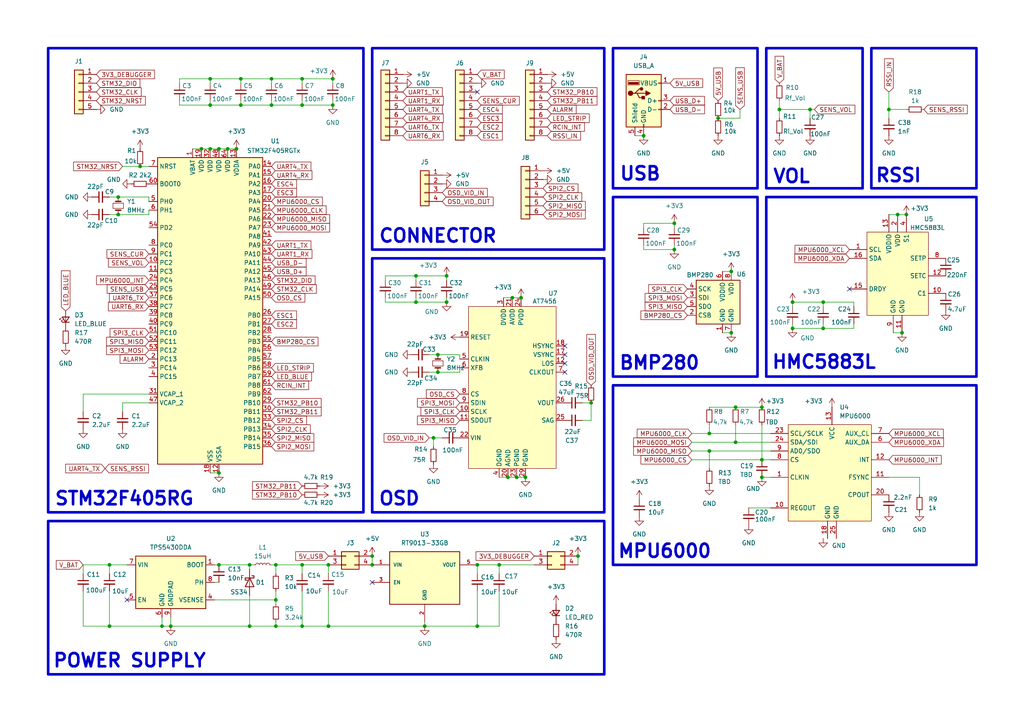
<source format=kicad_sch>
(kicad_sch (version 20231120) (generator "eeschema") (generator_version "8.0")
  (paper "A4")
  (junction (at 31.75 163.83))
  (junction (at 125.73 127))
  (junction (at 107.95 163.83))
  (junction (at 262.89 62.23))
  (junction (at 69.85 22.86))
  (junction (at 220.98 133.35))
  (junction (at 151.13 86.36))
  (junction (at 127 107.95))
  (junction (at 95.25 181.61))
  (junction (at 60.96 30.48))
  (junction (at 186.69 39.37))
  (junction (at 229.87 95.25))
  (junction (at 96.52 30.48))
  (junction (at 34.29 57.15))
  (junction (at 138.43 163.83))
  (junction (at 80.01 173.99))
  (junction (at 167.64 161.29))
  (junction (at 58.42 43.18))
  (junction (at 205.74 125.73))
  (junction (at 229.87 87.63))
  (junction (at 34.29 62.23))
  (junction (at 238.76 87.63))
  (junction (at 127 102.87))
  (junction (at 40.64 48.26))
  (junction (at 195.58 72.39))
  (junction (at 60.96 22.86))
  (junction (at 120.65 87.63))
  (junction (at 212.09 96.52))
  (junction (at 60.96 43.18))
  (junction (at 72.39 163.83))
  (junction (at 212.09 78.74))
  (junction (at 46.99 181.61))
  (junction (at 123.19 181.61))
  (junction (at 87.63 22.86))
  (junction (at 208.28 34.29))
  (junction (at 257.81 31.75))
  (junction (at 238.76 95.25))
  (junction (at 147.32 138.43))
  (junction (at 220.98 118.11))
  (junction (at 148.59 86.36))
  (junction (at 78.74 30.48))
  (junction (at 152.4 138.43))
  (junction (at 234.95 31.75))
  (junction (at 69.85 30.48))
  (junction (at 63.5 163.83))
  (junction (at 68.58 43.18))
  (junction (at 261.62 96.52))
  (junction (at 195.58 64.77))
  (junction (at 72.39 181.61))
  (junction (at 63.5 43.18))
  (junction (at 80.01 163.83))
  (junction (at 226.06 31.75))
  (junction (at 95.25 163.83))
  (junction (at 213.36 128.27))
  (junction (at 260.35 62.23))
  (junction (at 138.43 181.61))
  (junction (at 129.54 87.63))
  (junction (at 107.95 161.29))
  (junction (at 220.98 138.43))
  (junction (at 87.63 163.83))
  (junction (at 144.78 163.83))
  (junction (at 120.65 80.01))
  (junction (at 213.36 118.11))
  (junction (at 87.63 30.48))
  (junction (at 149.86 138.43))
  (junction (at 31.75 181.61))
  (junction (at 171.45 116.84))
  (junction (at 129.54 80.01))
  (junction (at 78.74 22.86))
  (junction (at 205.74 130.81))
  (junction (at 96.52 22.86))
  (junction (at 49.53 181.61))
  (junction (at 66.04 43.18))
  (junction (at 63.5 137.16))
  (junction (at 87.63 181.61))
  (junction (at 80.01 181.61))
  (no_connect (at 246.38 83.82))
  (no_connect (at 163.83 102.87))
  (no_connect (at 36.83 173.99))
  (no_connect (at 138.43 26.67))
  (no_connect (at 163.83 100.33))
  (no_connect (at 107.95 168.91))
  (no_connect (at 163.83 107.95))
  (no_connect (at 163.83 105.41))
  (wire (pts (xy 205.74 118.11) (xy 213.36 118.11)))
  (wire (pts (xy 46.99 181.61) (xy 49.53 181.61)))
  (wire (pts (xy 229.87 87.63) (xy 238.76 87.63)))
  (wire (pts (xy 34.29 57.15) (xy 43.18 57.15)))
  (wire (pts (xy 186.69 66.04) (xy 186.69 64.77)))
  (wire (pts (xy 95.25 181.61) (xy 123.19 181.61)))
  (wire (pts (xy 229.87 95.25) (xy 229.87 93.98)))
  (wire (pts (xy 87.63 166.37) (xy 87.63 163.83)))
  (wire (pts (xy 195.58 64.77) (xy 186.69 64.77)))
  (wire (pts (xy 127 102.87) (xy 133.35 102.87)))
  (wire (pts (xy 107.95 163.83) (xy 107.95 161.29)))
  (wire (pts (xy 78.74 163.83) (xy 80.01 163.83)))
  (wire (pts (xy 24.13 163.83) (xy 31.75 163.83)))
  (wire (pts (xy 80.01 181.61) (xy 87.63 181.61)))
  (wire (pts (xy 257.81 31.75) (xy 262.89 31.75)))
  (wire (pts (xy 43.18 62.23) (xy 43.18 60.96)))
  (wire (pts (xy 87.63 30.48) (xy 96.52 30.48)))
  (wire (pts (xy 186.69 72.39) (xy 195.58 72.39)))
  (wire (pts (xy 200.66 128.27) (xy 213.36 128.27)))
  (wire (pts (xy 144.78 138.43) (xy 147.32 138.43)))
  (wire (pts (xy 120.65 86.36) (xy 120.65 87.63)))
  (wire (pts (xy 87.63 29.21) (xy 87.63 30.48)))
  (wire (pts (xy 120.65 81.28) (xy 120.65 80.01)))
  (wire (pts (xy 200.66 130.81) (xy 205.74 130.81)))
  (wire (pts (xy 234.95 31.75) (xy 236.22 31.75)))
  (wire (pts (xy 229.87 88.9) (xy 229.87 87.63)))
  (wire (pts (xy 62.23 173.99) (xy 80.01 173.99)))
  (wire (pts (xy 72.39 181.61) (xy 80.01 181.61)))
  (wire (pts (xy 124.46 102.87) (xy 127 102.87)))
  (wire (pts (xy 49.53 179.07) (xy 49.53 181.61)))
  (wire (pts (xy 138.43 166.37) (xy 138.43 163.83)))
  (wire (pts (xy 96.52 30.48) (xy 96.52 29.21)))
  (wire (pts (xy 66.04 43.18) (xy 68.58 43.18)))
  (wire (pts (xy 148.59 86.36) (xy 151.13 86.36)))
  (wire (pts (xy 238.76 95.25) (xy 229.87 95.25)))
  (wire (pts (xy 144.78 171.45) (xy 144.78 181.61)))
  (wire (pts (xy 72.39 163.83) (xy 73.66 163.83)))
  (wire (pts (xy 167.64 161.29) (xy 167.64 163.83)))
  (wire (pts (xy 124.46 127) (xy 125.73 127)))
  (wire (pts (xy 55.88 43.18) (xy 58.42 43.18)))
  (wire (pts (xy 214.63 34.29) (xy 208.28 34.29)))
  (wire (pts (xy 52.07 29.21) (xy 52.07 30.48)))
  (wire (pts (xy 220.98 138.43) (xy 223.52 138.43)))
  (wire (pts (xy 213.36 128.27) (xy 223.52 128.27)))
  (wire (pts (xy 147.32 138.43) (xy 149.86 138.43)))
  (wire (pts (xy 238.76 93.98) (xy 238.76 95.25)))
  (wire (pts (xy 226.06 29.21) (xy 226.06 31.75)))
  (wire (pts (xy 226.06 31.75) (xy 234.95 31.75)))
  (wire (pts (xy 238.76 87.63) (xy 247.65 87.63)))
  (wire (pts (xy 31.75 163.83) (xy 36.83 163.83)))
  (wire (pts (xy 257.81 138.43) (xy 266.7 138.43)))
  (wire (pts (xy 247.65 88.9) (xy 247.65 87.63)))
  (wire (pts (xy 95.25 171.45) (xy 95.25 181.61)))
  (wire (pts (xy 80.01 175.26) (xy 80.01 173.99)))
  (wire (pts (xy 260.35 62.23) (xy 262.89 62.23)))
  (wire (pts (xy 234.95 31.75) (xy 234.95 34.29)))
  (wire (pts (xy 138.43 171.45) (xy 138.43 181.61)))
  (wire (pts (xy 154.94 163.83) (xy 144.78 163.83)))
  (wire (pts (xy 78.74 30.48) (xy 87.63 30.48)))
  (wire (pts (xy 226.06 31.75) (xy 226.06 34.29)))
  (wire (pts (xy 80.01 171.45) (xy 80.01 173.99)))
  (wire (pts (xy 31.75 181.61) (xy 46.99 181.61)))
  (wire (pts (xy 133.35 107.95) (xy 133.35 106.68)))
  (wire (pts (xy 205.74 125.73) (xy 223.52 125.73)))
  (wire (pts (xy 24.13 114.3) (xy 43.18 114.3)))
  (wire (pts (xy 40.64 48.26) (xy 43.18 48.26)))
  (wire (pts (xy 259.08 96.52) (xy 261.62 96.52)))
  (wire (pts (xy 111.76 81.28) (xy 111.76 80.01)))
  (wire (pts (xy 171.45 116.84) (xy 171.45 121.92)))
  (wire (pts (xy 200.66 125.73) (xy 205.74 125.73)))
  (wire (pts (xy 257.81 26.67) (xy 257.81 31.75)))
  (wire (pts (xy 31.75 166.37) (xy 31.75 163.83)))
  (wire (pts (xy 144.78 181.61) (xy 138.43 181.61)))
  (wire (pts (xy 238.76 88.9) (xy 238.76 87.63)))
  (wire (pts (xy 96.52 24.13) (xy 96.52 22.86)))
  (wire (pts (xy 120.65 80.01) (xy 111.76 80.01)))
  (wire (pts (xy 24.13 166.37) (xy 24.13 163.83)))
  (wire (pts (xy 72.39 163.83) (xy 72.39 165.1)))
  (wire (pts (xy 78.74 22.86) (xy 69.85 22.86)))
  (wire (pts (xy 111.76 86.36) (xy 111.76 87.63)))
  (wire (pts (xy 87.63 171.45) (xy 87.63 181.61)))
  (wire (pts (xy 220.98 123.19) (xy 220.98 133.35)))
  (wire (pts (xy 69.85 24.13) (xy 69.85 22.86)))
  (wire (pts (xy 60.96 22.86) (xy 60.96 24.13)))
  (wire (pts (xy 133.35 104.14) (xy 133.35 102.87)))
  (wire (pts (xy 138.43 163.83) (xy 144.78 163.83)))
  (wire (pts (xy 43.18 58.42) (xy 43.18 57.15)))
  (wire (pts (xy 127 107.95) (xy 133.35 107.95)))
  (wire (pts (xy 95.25 163.83) (xy 95.25 166.37)))
  (wire (pts (xy 80.01 163.83) (xy 80.01 166.37)))
  (wire (pts (xy 31.75 57.15) (xy 34.29 57.15)))
  (wire (pts (xy 69.85 30.48) (xy 78.74 30.48)))
  (wire (pts (xy 213.36 123.19) (xy 213.36 128.27)))
  (wire (pts (xy 257.81 31.75) (xy 257.81 34.29)))
  (wire (pts (xy 144.78 163.83) (xy 144.78 166.37)))
  (wire (pts (xy 52.07 24.13) (xy 52.07 22.86)))
  (wire (pts (xy 195.58 66.04) (xy 195.58 64.77)))
  (wire (pts (xy 52.07 30.48) (xy 60.96 30.48)))
  (wire (pts (xy 24.13 171.45) (xy 24.13 181.61)))
  (wire (pts (xy 125.73 127) (xy 128.27 127)))
  (wire (pts (xy 60.96 137.16) (xy 63.5 137.16)))
  (wire (pts (xy 63.5 43.18) (xy 66.04 43.18)))
  (wire (pts (xy 209.55 96.52) (xy 212.09 96.52)))
  (wire (pts (xy 200.66 133.35) (xy 220.98 133.35)))
  (wire (pts (xy 171.45 116.84) (xy 168.91 116.84)))
  (wire (pts (xy 24.13 181.61) (xy 31.75 181.61)))
  (wire (pts (xy 129.54 87.63) (xy 129.54 86.36)))
  (wire (pts (xy 205.74 130.81) (xy 223.52 130.81)))
  (wire (pts (xy 124.46 107.95) (xy 127 107.95)))
  (wire (pts (xy 195.58 72.39) (xy 195.58 71.12)))
  (wire (pts (xy 125.73 127) (xy 125.73 129.54)))
  (wire (pts (xy 78.74 29.21) (xy 78.74 30.48)))
  (wire (pts (xy 80.01 163.83) (xy 87.63 163.83)))
  (wire (pts (xy 35.56 116.84) (xy 35.56 119.38)))
  (wire (pts (xy 69.85 22.86) (xy 60.96 22.86)))
  (wire (pts (xy 35.56 48.26) (xy 40.64 48.26)))
  (wire (pts (xy 111.76 87.63) (xy 120.65 87.63)))
  (wire (pts (xy 266.7 138.43) (xy 266.7 143.51)))
  (wire (pts (xy 220.98 133.35) (xy 223.52 133.35)))
  (wire (pts (xy 60.96 30.48) (xy 69.85 30.48)))
  (wire (pts (xy 214.63 31.75) (xy 214.63 34.29)))
  (wire (pts (xy 96.52 22.86) (xy 87.63 22.86)))
  (wire (pts (xy 31.75 62.23) (xy 34.29 62.23)))
  (wire (pts (xy 52.07 22.86) (xy 60.96 22.86)))
  (wire (pts (xy 123.19 181.61) (xy 123.19 180.34)))
  (wire (pts (xy 60.96 29.21) (xy 60.96 30.48)))
  (wire (pts (xy 87.63 24.13) (xy 87.63 22.86)))
  (wire (pts (xy 46.99 179.07) (xy 46.99 181.61)))
  (wire (pts (xy 209.55 78.74) (xy 212.09 78.74)))
  (wire (pts (xy 43.18 116.84) (xy 35.56 116.84)))
  (wire (pts (xy 184.15 39.37) (xy 186.69 39.37)))
  (wire (pts (xy 120.65 87.63) (xy 129.54 87.63)))
  (wire (pts (xy 205.74 130.81) (xy 205.74 135.89)))
  (wire (pts (xy 24.13 119.38) (xy 24.13 114.3)))
  (wire (pts (xy 213.36 118.11) (xy 220.98 118.11)))
  (wire (pts (xy 149.86 138.43) (xy 152.4 138.43)))
  (wire (pts (xy 69.85 29.21) (xy 69.85 30.48)))
  (wire (pts (xy 72.39 172.72) (xy 72.39 181.61)))
  (wire (pts (xy 247.65 95.25) (xy 238.76 95.25)))
  (wire (pts (xy 205.74 123.19) (xy 205.74 125.73)))
  (wire (pts (xy 60.96 43.18) (xy 63.5 43.18)))
  (wire (pts (xy 62.23 168.91) (xy 63.5 168.91)))
  (wire (pts (xy 129.54 81.28) (xy 129.54 80.01)))
  (wire (pts (xy 34.29 62.23) (xy 43.18 62.23)))
  (wire (pts (xy 63.5 163.83) (xy 72.39 163.83)))
  (wire (pts (xy 247.65 93.98) (xy 247.65 95.25)))
  (wire (pts (xy 87.63 163.83) (xy 95.25 163.83)))
  (wire (pts (xy 186.69 71.12) (xy 186.69 72.39)))
  (wire (pts (xy 72.39 181.61) (xy 49.53 181.61)))
  (wire (pts (xy 129.54 80.01) (xy 120.65 80.01)))
  (wire (pts (xy 146.05 86.36) (xy 148.59 86.36)))
  (wire (pts (xy 257.81 62.23) (xy 260.35 62.23)))
  (wire (pts (xy 31.75 171.45) (xy 31.75 181.61)))
  (wire (pts (xy 58.42 43.18) (xy 60.96 43.18)))
  (wire (pts (xy 87.63 22.86) (xy 78.74 22.86)))
  (wire (pts (xy 78.74 24.13) (xy 78.74 22.86)))
  (wire (pts (xy 80.01 181.61) (xy 80.01 180.34)))
  (wire (pts (xy 62.23 163.83) (xy 63.5 163.83)))
  (wire (pts (xy 138.43 181.61) (xy 123.19 181.61)))
  (wire (pts (xy 217.17 147.32) (xy 223.52 147.32)))
  (wire (pts (xy 87.63 181.61) (xy 95.25 181.61)))
  (wire (pts (xy 171.45 121.92) (xy 168.91 121.92)))
  (rectangle (start 222.25 57.15) (end 283.21 109.22) (stroke (width 0.762)))
  (rectangle (start 107.95 74.93) (end 175.26 148.59) (stroke (width 0.762)))
  (rectangle (start 252.73 13.97) (end 283.21 54.61) (stroke (width 0.762)))
  (rectangle (start 222.25 13.97) (end 250.19 54.61) (stroke (width 0.762)))
  (rectangle (start 177.8 111.76) (end 283.21 163.83) (stroke (width 0.762)))
  (rectangle (start 177.8 57.15) (end 219.71 109.22) (stroke (width 0.762)))
  (rectangle (start 107.95 13.97) (end 175.26 72.39) (stroke (width 0.762)))
  (rectangle (start 13.97 13.97) (end 105.41 148.59) (stroke (width 0.762)))
  (rectangle (start 177.8 13.97) (end 219.71 54.61) (stroke (width 0.762)))
  (rectangle (start 13.97 151.13) (end 175.26 195.58) (stroke (width 0.762)))
  (text "RSSI" (at 260.604 51.054 0) (effects (font (size 3.81 3.81) (thickness 0.762) (bold yes))))
  (text "MPU6000" (at 192.786 160.02 0) (effects (font (size 3.81 3.81) (thickness 0.762) (bold yes))))
  (text "HMC5883L" (at 239.014 105.156 0) (effects (font (size 3.81 3.81) (thickness 0.762) (bold yes))))
  (text "BMP280" (at 191.262 105.41 0) (effects (font (size 3.81 3.81) (thickness 0.762) (bold yes))))
  (text "USB" (at 185.674 50.546 0) (effects (font (size 3.81 3.81) (thickness 0.762) (bold yes))))
  (text "POWER SUPPLY" (at 37.592 191.77 0) (effects (font (size 3.81 3.81) (thickness 0.762) (bold yes))))
  (text "CONNECTOR" (at 127 68.58 0) (effects (font (size 3.81 3.81) (thickness 0.762) (bold yes))))
  (text "OSD" (at 115.824 144.78 0) (effects (font (size 3.81 3.81) (thickness 0.762) (bold yes))))
  (text "VOL" (at 229.616 51.308 0) (effects (font (size 3.81 3.81) (thickness 0.762) (bold yes))))
  (text "STM32F405RG" (at 36.068 144.78 0) (effects (font (size 3.81 3.81) (thickness 0.762) (bold yes))))
  (global_label "MPU6000_CLK" (shape input) (at 200.66 125.73 180) (property "Intersheetrefs" "${INTERSHEET_REFS}" (effects (hide yes))))
  (global_label "ESC2" (shape input) (at 138.43 36.83 0) (property "Intersheetrefs" "${INTERSHEET_REFS}" (effects (hide yes))))
  (global_label "STM32_DIO" (shape input) (at 27.94 24.13 0) (property "Intersheetrefs" "${INTERSHEET_REFS}" (effects (hide yes))))
  (global_label "MPU6000_CS" (shape input) (at 200.66 133.35 180) (property "Intersheetrefs" "${INTERSHEET_REFS}" (effects (hide yes))))
  (global_label "SPI3_MISO" (shape input) (at 199.39 88.9 180) (property "Intersheetrefs" "${INTERSHEET_REFS}" (effects (hide yes))))
  (global_label "MPU6000_XDA" (shape input) (at 246.38 74.93 180) (property "Intersheetrefs" "${INTERSHEET_REFS}" (effects (hide yes))))
  (global_label "MPU6000_INT" (shape input) (at 257.81 133.35 0) (property "Intersheetrefs" "${INTERSHEET_REFS}" (effects (hide yes))))
  (global_label "BMP280_CS" (shape input) (at 78.74 99.06 0) (property "Intersheetrefs" "${INTERSHEET_REFS}" (effects (hide yes))))
  (global_label "3V3_DEBUGGER" (shape input) (at 154.94 161.29 180) (property "Intersheetrefs" "${INTERSHEET_REFS}" (effects (hide yes))))
  (global_label "STM32_CLK" (shape input) (at 27.94 26.67 0) (property "Intersheetrefs" "${INTERSHEET_REFS}" (effects (hide yes))))
  (global_label "SPI2_CS" (shape input) (at 78.74 121.92 0) (property "Intersheetrefs" "${INTERSHEET_REFS}" (effects (hide yes))))
  (global_label "USB_D+" (shape input) (at 78.74 78.74 0) (property "Intersheetrefs" "${INTERSHEET_REFS}" (effects (hide yes))))
  (global_label "SPI3_CLK" (shape input) (at 43.18 96.52 180) (property "Intersheetrefs" "${INTERSHEET_REFS}" (effects (hide yes))))
  (global_label "UART4_TX" (shape input) (at 78.74 48.26 0) (property "Intersheetrefs" "${INTERSHEET_REFS}" (effects (hide yes))))
  (global_label "5V_USB" (shape input) (at 95.25 161.29 180) (property "Intersheetrefs" "${INTERSHEET_REFS}" (effects (hide yes))))
  (global_label "ESC4" (shape input) (at 138.43 31.75 0) (property "Intersheetrefs" "${INTERSHEET_REFS}" (effects (hide yes))))
  (global_label "SPI3_MISO" (shape input) (at 133.35 121.92 180) (property "Intersheetrefs" "${INTERSHEET_REFS}" (effects (hide yes))))
  (global_label "MPU6000_MISO" (shape input) (at 200.66 130.81 180) (property "Intersheetrefs" "${INTERSHEET_REFS}" (effects (hide yes))))
  (global_label "MPU6000_MISO" (shape input) (at 78.74 63.5 0) (property "Intersheetrefs" "${INTERSHEET_REFS}" (effects (hide yes))))
  (global_label "ESC3" (shape input) (at 78.74 55.88 0) (property "Intersheetrefs" "${INTERSHEET_REFS}" (effects (hide yes))))
  (global_label "MPU6000_MOSI" (shape input) (at 200.66 128.27 180) (property "Intersheetrefs" "${INTERSHEET_REFS}" (effects (hide yes))))
  (global_label "RCIN_INT" (shape input) (at 158.75 36.83 0) (property "Intersheetrefs" "${INTERSHEET_REFS}" (effects (hide yes))))
  (global_label "OSD_CS" (shape input) (at 133.35 114.3 180) (property "Intersheetrefs" "${INTERSHEET_REFS}" (effects (hide yes))))
  (global_label "ESC3" (shape input) (at 138.43 34.29 0) (property "Intersheetrefs" "${INTERSHEET_REFS}" (effects (hide yes))))
  (global_label "SENS_CUR" (shape input) (at 43.18 73.66 180) (property "Intersheetrefs" "${INTERSHEET_REFS}" (effects (hide yes))))
  (global_label "SPI2_CLK" (shape input) (at 157.48 57.15 0) (property "Intersheetrefs" "${INTERSHEET_REFS}" (effects (hide yes))))
  (global_label "SPI2_CS" (shape input) (at 157.48 54.61 0) (property "Intersheetrefs" "${INTERSHEET_REFS}" (effects (hide yes))))
  (global_label "SENS_RSSI" (shape input) (at 30.48 135.89 0) (property "Intersheetrefs" "${INTERSHEET_REFS}" (effects (hide yes))))
  (global_label "OSD_VID_IN" (shape input) (at 128.27 55.88 0) (property "Intersheetrefs" "${INTERSHEET_REFS}" (effects (hide yes))))
  (global_label "LED_STRIP" (shape input) (at 158.75 34.29 0) (property "Intersheetrefs" "${INTERSHEET_REFS}" (effects (hide yes))))
  (global_label "SPI3_MOSI" (shape input) (at 199.39 86.36 180) (property "Intersheetrefs" "${INTERSHEET_REFS}" (effects (hide yes))))
  (global_label "STM32_NRST" (shape input) (at 35.56 48.26 180) (property "Intersheetrefs" "${INTERSHEET_REFS}" (effects (hide yes))))
  (global_label "SPI3_MOSI" (shape input) (at 133.35 116.84 180) (property "Intersheetrefs" "${INTERSHEET_REFS}" (effects (hide yes))))
  (global_label "SPI3_MISO" (shape input) (at 43.18 99.06 180) (property "Intersheetrefs" "${INTERSHEET_REFS}" (effects (hide yes))))
  (global_label "SPI2_MISO" (shape input) (at 78.74 127 0) (property "Intersheetrefs" "${INTERSHEET_REFS}" (effects (hide yes))))
  (global_label "BMP280_CS" (shape input) (at 199.39 91.44 180) (property "Intersheetrefs" "${INTERSHEET_REFS}" (effects (hide yes))))
  (global_label "OSD_CS" (shape input) (at 78.74 86.36 0) (property "Intersheetrefs" "${INTERSHEET_REFS}" (effects (hide yes))))
  (global_label "UART4_TX" (shape input) (at 116.84 31.75 0) (property "Intersheetrefs" "${INTERSHEET_REFS}" (effects (hide yes))))
  (global_label "STM32_PB10" (shape input) (at 158.75 26.67 0) (property "Intersheetrefs" "${INTERSHEET_REFS}" (effects (hide yes))))
  (global_label "ALARM" (shape input) (at 43.18 104.14 180) (property "Intersheetrefs" "${INTERSHEET_REFS}" (effects (hide yes))))
  (global_label "SPI3_CLK" (shape input) (at 133.35 119.38 180) (property "Intersheetrefs" "${INTERSHEET_REFS}" (effects (hide yes))))
  (global_label "ALARM" (shape input) (at 158.75 31.75 0) (property "Intersheetrefs" "${INTERSHEET_REFS}" (effects (hide yes))))
  (global_label "V_BAT" (shape input) (at 138.43 21.59 0) (property "Intersheetrefs" "${INTERSHEET_REFS}" (effects (hide yes))))
  (global_label "UART1_TX" (shape input) (at 78.74 71.12 0) (property "Intersheetrefs" "${INTERSHEET_REFS}" (effects (hide yes))))
  (global_label "3V3_DEBUGGER" (shape input) (at 27.94 21.59 0) (property "Intersheetrefs" "${INTERSHEET_REFS}" (effects (hide yes))))
  (global_label "UART4_TX" (shape input) (at 30.48 135.89 180) (property "Intersheetrefs" "${INTERSHEET_REFS}" (effects (hide yes))))
  (global_label "ESC2" (shape input) (at 78.74 93.98 0) (property "Intersheetrefs" "${INTERSHEET_REFS}" (effects (hide yes))))
  (global_label "5V_USB" (shape input) (at 208.28 29.21 90) (property "Intersheetrefs" "${INTERSHEET_REFS}" (effects (hide yes))))
  (global_label "SPI3_CLK" (shape input) (at 199.39 83.82 180) (property "Intersheetrefs" "${INTERSHEET_REFS}" (effects (hide yes))))
  (global_label "STM32_NRST" (shape input) (at 27.94 29.21 0) (property "Intersheetrefs" "${INTERSHEET_REFS}" (effects (hide yes))))
  (global_label "UART6_TX" (shape input) (at 116.84 36.83 0) (property "Intersheetrefs" "${INTERSHEET_REFS}" (effects (hide yes))))
  (global_label "UART1_RX" (shape input) (at 78.74 73.66 0) (property "Intersheetrefs" "${INTERSHEET_REFS}" (effects (hide yes))))
  (global_label "RSSI_IN" (shape input) (at 158.75 39.37 0) (property "Intersheetrefs" "${INTERSHEET_REFS}" (effects (hide yes))))
  (global_label "SENS_RSSI" (shape input) (at 267.97 31.75 0) (property "Intersheetrefs" "${INTERSHEET_REFS}" (effects (hide yes))))
  (global_label "V_BAT" (shape input) (at 24.13 163.83 180) (property "Intersheetrefs" "${INTERSHEET_REFS}" (effects (hide yes))))
  (global_label "LED_BLUE" (shape input) (at 78.74 109.22 0) (property "Intersheetrefs" "${INTERSHEET_REFS}" (effects (hide yes))))
  (global_label "LED_STRIP" (shape input) (at 78.74 106.68 0) (property "Intersheetrefs" "${INTERSHEET_REFS}" (effects (hide yes))))
  (global_label "MPU6000_XCL" (shape input) (at 257.81 125.73 0) (property "Intersheetrefs" "${INTERSHEET_REFS}" (effects (hide yes))))
  (global_label "5V_USB" (shape input) (at 194.31 24.13 0) (property "Intersheetrefs" "${INTERSHEET_REFS}" (effects (hide yes))))
  (global_label "SENS_USB" (shape input) (at 43.18 83.82 180) (property "Intersheetrefs" "${INTERSHEET_REFS}" (effects (hide yes))))
  (global_label "MPU6000_CS" (shape input) (at 78.74 58.42 0) (property "Intersheetrefs" "${INTERSHEET_REFS}" (effects (hide yes))))
  (global_label "UART1_RX" (shape input) (at 116.84 29.21 0) (property "Intersheetrefs" "${INTERSHEET_REFS}" (effects (hide yes))))
  (global_label "USB_D-" (shape input) (at 194.31 31.75 0) (property "Intersheetrefs" "${INTERSHEET_REFS}" (effects (hide yes))))
  (global_label "STM32_PB10" (shape input) (at 78.74 116.84 0) (property "Intersheetrefs" "${INTERSHEET_REFS}" (effects (hide yes))))
  (global_label "ESC1" (shape input) (at 138.43 39.37 0) (property "Intersheetrefs" "${INTERSHEET_REFS}" (effects (hide yes))))
  (global_label "RSSI_IN" (shape input) (at 257.81 26.67 90) (property "Intersheetrefs" "${INTERSHEET_REFS}" (effects (hide yes))))
  (global_label "STM32_DIO" (shape input) (at 78.74 81.28 0) (property "Intersheetrefs" "${INTERSHEET_REFS}" (effects (hide yes))))
  (global_label "UART4_RX" (shape input) (at 116.84 34.29 0) (property "Intersheetrefs" "${INTERSHEET_REFS}" (effects (hide yes))))
  (global_label "SPI2_CLK" (shape input) (at 78.74 124.46 0) (property "Intersheetrefs" "${INTERSHEET_REFS}" (effects (hide yes))))
  (global_label "SPI2_MOSI" (shape input) (at 78.74 129.54 0) (property "Intersheetrefs" "${INTERSHEET_REFS}" (effects (hide yes))))
  (global_label "LED_BLUE" (shape input) (at 19.05 90.17 90) (property "Intersheetrefs" "${INTERSHEET_REFS}" (effects (hide yes))))
  (global_label "SENS_VOL" (shape input) (at 43.18 76.2 180) (property "Intersheetrefs" "${INTERSHEET_REFS}" (effects (hide yes))))
  (global_label "MPU6000_CLK" (shape input) (at 78.74 60.96 0) (property "Intersheetrefs" "${INTERSHEET_REFS}" (effects (hide yes))))
  (global_label "MPU6000_XDA" (shape input) (at 257.81 128.27 0) (property "Intersheetrefs" "${INTERSHEET_REFS}" (effects (hide yes))))
  (global_label "STM32_PB11" (shape input) (at 78.74 119.38 0) (property "Intersheetrefs" "${INTERSHEET_REFS}" (effects (hide yes))))
  (global_label "STM32_PB11" (shape input) (at 158.75 29.21 0) (property "Intersheetrefs" "${INTERSHEET_REFS}" (effects (hide yes))))
  (global_label "OSD_VID_OUT" (shape input) (at 128.27 58.42 0) (property "Intersheetrefs" "${INTERSHEET_REFS}" (effects (hide yes))))
  (global_label "STM32_PB10" (shape input) (at 87.63 143.51 180) (property "Intersheetrefs" "${INTERSHEET_REFS}" (effects (hide yes))))
  (global_label "SENS_USB" (shape input) (at 214.63 31.75 90) (property "Intersheetrefs" "${INTERSHEET_REFS}" (effects (hide yes))))
  (global_label "UART6_RX" (shape input) (at 43.18 88.9 180) (property "Intersheetrefs" "${INTERSHEET_REFS}" (effects (hide yes))))
  (global_label "OSD_VID_IN" (shape input) (at 124.46 127 180) (property "Intersheetrefs" "${INTERSHEET_REFS}" (effects (hide yes))))
  (global_label "ESC4" (shape input) (at 78.74 53.34 0) (property "Intersheetrefs" "${INTERSHEET_REFS}" (effects (hide yes))))
  (global_label "UART6_TX" (shape input) (at 43.18 86.36 180) (property "Intersheetrefs" "${INTERSHEET_REFS}" (effects (hide yes))))
  (global_label "STM32_PB11" (shape input) (at 87.63 140.97 180) (property "Intersheetrefs" "${INTERSHEET_REFS}" (effects (hide yes))))
  (global_label "OSD_VID_OUT" (shape input) (at 171.45 111.76 90) (property "Intersheetrefs" "${INTERSHEET_REFS}" (effects (hide yes))))
  (global_label "SPI3_MOSI" (shape input) (at 43.18 101.6 180) (property "Intersheetrefs" "${INTERSHEET_REFS}" (effects (hide yes))))
  (global_label "ESC1" (shape input) (at 78.74 91.44 0) (property "Intersheetrefs" "${INTERSHEET_REFS}" (effects (hide yes))))
  (global_label "SENS_CUR" (shape input) (at 138.43 29.21 0) (property "Intersheetrefs" "${INTERSHEET_REFS}" (effects (hide yes))))
  (global_label "MPU6000_MOSI" (shape input) (at 78.74 66.04 0) (property "Intersheetrefs" "${INTERSHEET_REFS}" (effects (hide yes))))
  (global_label "SPI2_MISO" (shape input) (at 157.48 59.69 0) (property "Intersheetrefs" "${INTERSHEET_REFS}" (effects (hide yes))))
  (global_label "UART1_TX" (shape input) (at 116.84 26.67 0) (property "Intersheetrefs" "${INTERSHEET_REFS}" (effects (hide yes))))
  (global_label "UART6_RX" (shape input) (at 116.84 39.37 0) (property "Intersheetrefs" "${INTERSHEET_REFS}" (effects (hide yes))))
  (global_label "UART4_RX" (shape input) (at 78.74 50.8 0) (property "Intersheetrefs" "${INTERSHEET_REFS}" (effects (hide yes))))
  (global_label "SENS_VOL" (shape input) (at 236.22 31.75 0) (property "Intersheetrefs" "${INTERSHEET_REFS}" (effects (hide yes))))
  (global_label "MPU6000_INT" (shape input) (at 43.18 81.28 180) (property "Intersheetrefs" "${INTERSHEET_REFS}" (effects (hide yes))))
  (global_label "STM32_CLK" (shape input) (at 78.74 83.82 0) (property "Intersheetrefs" "${INTERSHEET_REFS}" (effects (hide yes))))
  (global_label "V_BAT" (shape input) (at 226.06 24.13 90) (property "Intersheetrefs" "${INTERSHEET_REFS}" (effects (hide yes))))
  (global_label "USB_D+" (shape input) (at 194.31 29.21 0) (property "Intersheetrefs" "${INTERSHEET_REFS}" (effects (hide yes))))
  (global_label "USB_D-" (shape input) (at 78.74 76.2 0) (property "Intersheetrefs" "${INTERSHEET_REFS}" (effects (hide yes))))
  (global_label "MPU6000_XCL" (shape input) (at 246.38 72.39 180) (property "Intersheetrefs" "${INTERSHEET_REFS}" (effects (hide yes))))
  (global_label "SPI2_MOSI" (shape input) (at 157.48 62.23 0) (property "Intersheetrefs" "${INTERSHEET_REFS}" (effects (hide yes))))
  (global_label "RCIN_INT" (shape input) (at 78.74 111.76 0) (property "Intersheetrefs" "${INTERSHEET_REFS}" (effects (hide yes))))
  (symbol (lib_id "Device:C_Small") (at 29.21 57.15 90) (unit 1)
    (property "Reference" "C9" (at 31.75 55.626 90))
    (property "Value" "22pF" (at 27.686 54.102 90))
    (property "Description" "Unpolarized capacitor, small symbol" (effects (hide yes)))
  )
  (symbol (lib_id "Device:C_Small") (at 185.42 147.32 0) (unit 1)
    (property "Reference" "C18" (at 187.96 146.0562 0) (effects (justify left)))
    (property "Value" "10uF" (at 187.96 148.5962 0) (effects (justify left)))
    (property "Description" "Unpolarized capacitor, small symbol" (effects (hide yes)))
  )
  (symbol (lib_id "power:+5V") (at 107.95 161.29 0) (unit 1)
    (property "Reference" "#PWR010" (effects (hide yes)))
    (property "Value" "+5V" (at 107.95 156.21 0))
    (property "Description" "Power symbol creates a global label with name \"+5V\"" (effects (hide yes)))
  )
  (symbol (lib_id "Connector_Generic:Conn_01x06") (at 152.4 54.61 0) (mirror y) (unit 1)
    (property "Reference" "J8" (at 152.4 45.72 0))
    (property "Value" "Conn_01x06" (effects (hide yes)))
    (property "Description" "Generic connector, single row, 01x06, script generated (kicad-library-utils/schlib/autogen/connector/)" (effects (hide yes)))
  )
  (symbol (lib_id "Regulator_Switching:TPS5430DDA") (at 49.53 168.91 0) (unit 1)
    (property "Reference" "U2" (at 49.53 156.21 0))
    (property "Value" "TPS5430DDA" (at 49.53 158.75 0))
    (property "Footprint" "Package_SO:TI_SO-PowerPAD-8_ThermalVias" (effects (hide yes)))
    (property "Datasheet" "http://www.ti.com/lit/ds/symlink/tps5430.pdf" (effects (hide yes)))
    (property "Description" "3A, Step Down Swift Converter, Adjustable Output Voltage, 5.5-36V Input Voltage, PowerSO-8" (effects (hide yes)))
  )
  (symbol (lib_id "power:GND") (at 26.67 57.15 270) (unit 1)
    (property "Reference" "#PWR06" (effects (hide yes)))
    (property "Value" "GND" (at 22.86 57.1499 90) (effects (justify right)))
    (property "Description" "Power symbol creates a global label with name \"GND\" , ground" (effects (hide yes)))
  )
  (symbol (lib_id "Device:L_Small") (at 76.2 163.83 90) (unit 1)
    (property "Reference" "L1" (at 76.2 158.75 90))
    (property "Value" "15uH" (at 76.2 161.29 90))
    (property "Description" "Inductor, small symbol" (effects (hide yes)))
  )
  (symbol (lib_id "power:GND") (at 186.69 39.37 0) (unit 1)
    (property "Reference" "#PWR016" (effects (hide yes)))
    (property "Value" "GND" (at 186.69 44.45 0))
    (property "Description" "Power symbol creates a global label with name \"GND\" , ground" (effects (hide yes)))
  )
  (symbol (lib_id "power:GND") (at 161.29 185.42 0) (unit 1)
    (property "Reference" "#PWR048" (effects (hide yes)))
    (property "Value" "GND" (at 161.29 190.5 0))
    (property "Description" "Power symbol creates a global label with name \"GND\" , ground" (effects (hide yes)))
  )
  (symbol (lib_id "Device:C_Small") (at 234.95 36.83 0) (unit 1)
    (property "Reference" "C27" (at 235.204 34.036 0) (effects (justify left)))
    (property "Value" "100nF" (at 234.95 38.862 0) (effects (justify left)))
    (property "Description" "Unpolarized capacitor, small symbol" (effects (hide yes)))
  )
  (symbol (lib_id "Device:R_Small") (at 266.7 146.05 0) (unit 1)
    (property "Reference" "R9" (at 269.24 144.7799 0) (effects (justify left)))
    (property "Value" "1k" (at 269.24 147.3199 0) (effects (justify left)))
    (property "Description" "Resistor, small symbol" (effects (hide yes)))
  )
  (symbol (lib_id "power:GND") (at 257.81 39.37 0) (unit 1)
    (property "Reference" "#PWR057" (effects (hide yes)))
    (property "Value" "GND" (at 257.81 44.45 0))
    (property "Description" "Power symbol creates a global label with name \"GND\" , ground" (effects (hide yes)))
  )
  (symbol (lib_id "Device:C_Small") (at 69.85 26.67 0) (unit 1)
    (property "Reference" "C5" (at 70.612 24.892 0) (effects (justify left)))
    (property "Value" "100nF" (at 70.358 28.702 0) (effects (justify left)))
    (property "Description" "Unpolarized capacitor, small symbol" (effects (hide yes)))
  )
  (symbol (lib_id "power:GND") (at 138.43 24.13 90) (mirror x) (unit 1)
    (property "Reference" "#PWR049" (effects (hide yes)))
    (property "Value" "GND" (at 142.24 24.1301 90) (effects (justify right)))
    (property "Description" "Power symbol creates a global label with name \"GND\" , ground" (effects (hide yes)))
  )
  (symbol (lib_id "Device:R_Small") (at 90.17 143.51 90) (unit 1)
    (property "Reference" "R20" (at 94.742 145.796 90))
    (property "Value" "4.7k" (at 90.17 145.796 90))
    (property "Description" "Resistor, small symbol" (effects (hide yes)))
  )
  (symbol (lib_id "power:GND") (at 195.58 72.39 0) (unit 1)
    (property "Reference" "#PWR036" (effects (hide yes)))
    (property "Value" "GND" (at 195.58 77.47 0))
    (property "Description" "Power symbol creates a global label with name \"GND\" , ground" (effects (hide yes)))
  )
  (symbol (lib_id "power:+3V3") (at 262.89 62.23 0) (unit 1)
    (property "Reference" "#PWR028" (effects (hide yes)))
    (property "Value" "+3V3" (at 266.7 60.452 0))
    (property "Description" "Power symbol creates a global label with name \"+3V3\"" (effects (hide yes)))
  )
  (symbol (lib_id "power:+3V3") (at 212.09 78.74 0) (unit 1)
    (property "Reference" "#PWR033" (effects (hide yes)))
    (property "Value" "+3V3" (at 212.09 73.66 0))
    (property "Description" "Power symbol creates a global label with name \"+3V3\"" (effects (hide yes)))
  )
  (symbol (lib_id "Device:R_Small") (at 208.28 36.83 0) (unit 1)
    (property "Reference" "R6" (at 210.058 36.068 0) (effects (justify left)))
    (property "Value" "10k" (at 210.058 38.1 0) (effects (justify left)))
    (property "Description" "Resistor, small symbol" (effects (hide yes)))
  )
  (symbol (lib_id "Device:C_Small") (at 229.87 91.44 0) (mirror y) (unit 1)
    (property "Reference" "C23" (at 229.108 89.662 0) (effects (justify left)))
    (property "Value" "100nF" (at 229.362 93.472 0) (effects (justify left)))
    (property "Description" "Unpolarized capacitor, small symbol" (effects (hide yes)))
  )
  (symbol (lib_id "power:GND") (at 157.48 52.07 90) (unit 1)
    (property "Reference" "#PWR056" (effects (hide yes)))
    (property "Value" "GND" (at 161.29 52.0699 90) (effects (justify right)))
    (property "Description" "Power symbol creates a global label with name \"GND\" , ground" (effects (hide yes)))
  )
  (symbol (lib_id "power:GND") (at 119.38 107.95 270) (unit 1)
    (property "Reference" "#PWR045" (effects (hide yes)))
    (property "Value" "GND" (at 115.57 107.9499 90) (effects (justify right)))
    (property "Description" "Power symbol creates a global label with name \"GND\" , ground" (effects (hide yes)))
  )
  (symbol (lib_id "power:GND") (at 212.09 96.52 0) (unit 1)
    (property "Reference" "#PWR034" (effects (hide yes)))
    (property "Value" "GND" (at 212.09 101.6 0))
    (property "Description" "Power symbol creates a global label with name \"GND\" , ground" (effects (hide yes)))
  )
  (symbol (lib_id "power:GND") (at 266.7 148.59 0) (unit 1)
    (property "Reference" "#PWR026" (effects (hide yes)))
    (property "Value" "GND" (at 266.7 153.67 0))
    (property "Description" "Power symbol creates a global label with name \"GND\" , ground" (effects (hide yes)))
  )
  (symbol (lib_id "power:+5V") (at 157.48 49.53 270) (unit 1)
    (property "Reference" "#PWR055" (effects (hide yes)))
    (property "Value" "+5V" (at 161.29 49.5299 90) (effects (justify left)))
    (property "Description" "Power symbol creates a global label with name \"+5V\"" (effects (hide yes)))
  )
  (symbol (lib_id "Device:R_Small") (at 226.06 26.67 0) (unit 1)
    (property "Reference" "R10" (at 227.838 25.4 0) (effects (justify left)))
    (property "Value" "Rf_Vol" (at 227.584 28.448 0) (effects (justify left)))
    (property "Description" "Resistor, small symbol" (effects (hide yes)))
  )
  (symbol (lib_id "power:GND") (at 208.28 39.37 0) (unit 1)
    (property "Reference" "#PWR017" (effects (hide yes)))
    (property "Value" "GND" (at 208.28 44.45 0))
    (property "Description" "Power symbol creates a global label with name \"GND\" , ground" (effects (hide yes)))
  )
  (symbol (lib_id "Device:C_Small") (at 120.65 83.82 0) (unit 1)
    (property "Reference" "C31" (at 121.412 82.042 0) (effects (justify left)))
    (property "Value" "100nF" (at 121.158 85.852 0) (effects (justify left)))
    (property "Description" "Unpolarized capacitor, small symbol" (effects (hide yes)))
  )
  (symbol (lib_id "Device:R_Small") (at 90.17 140.97 90) (unit 1)
    (property "Reference" "R19" (at 94.742 138.43 90))
    (property "Value" "4.7k" (at 90.17 138.43 90))
    (property "Description" "Resistor, small symbol" (effects (hide yes)))
  )
  (symbol (lib_id "Device:C_Small") (at 274.32 77.47 0) (unit 1)
    (property "Reference" "C25" (at 274.574 75.438 0) (effects (justify left)))
    (property "Value" "220nF" (at 274.574 79.756 0) (effects (justify left)))
    (property "Description" "Unpolarized capacitor, small symbol" (effects (hide yes)))
  )
  (symbol (lib_id "Device:C_Small") (at 63.5 166.37 0) (unit 1)
    (property "Reference" "C13" (at 66.04 165.1062 0) (effects (justify left)))
    (property "Value" "10nF" (at 66.04 167.6462 0) (effects (justify left)))
    (property "Description" "Unpolarized capacitor, small symbol" (effects (hide yes)))
  )
  (symbol (lib_id "power:+3V3") (at 229.87 87.63 0) (mirror y) (unit 1)
    (property "Reference" "#PWR029" (effects (hide yes)))
    (property "Value" "+3V3" (at 235.204 84.582 0))
    (property "Description" "Power symbol creates a global label with name \"+3V3\"" (effects (hide yes)))
  )
  (symbol (lib_id "Device:C_Small") (at 257.81 36.83 0) (unit 1)
    (property "Reference" "C38" (at 260.35 35.5662 0) (effects (justify left)))
    (property "Value" "1nF" (at 260.35 38.1062 0) (effects (justify left)))
    (property "Description" "Unpolarized capacitor, small symbol" (effects (hide yes)))
  )
  (symbol (lib_id "Device:C_Small") (at 31.75 168.91 0) (unit 1)
    (property "Reference" "C12" (at 32.766 166.624 0) (effects (justify left)))
    (property "Value" "10uF" (at 32.512 171.45 0) (effects (justify left)))
    (property "Description" "Unpolarized capacitor, small symbol" (effects (hide yes)))
  )
  (symbol (lib_id "Device:C_Small") (at 95.25 168.91 0) (unit 1)
    (property "Reference" "C15" (at 96.012 166.624 0) (effects (justify left)))
    (property "Value" "10uF" (at 96.266 171.704 0) (effects (justify left)))
    (property "Description" "Unpolarized capacitor, small symbol" (effects (hide yes)))
  )
  (symbol (lib_id "Device:C_Small") (at 220.98 135.89 0) (unit 1)
    (property "Reference" "C19" (at 214.63 135.128 0) (effects (justify left)))
    (property "Value" "TBD" (at 214.63 137.668 0) (effects (justify left)))
    (property "Description" "Unpolarized capacitor, small symbol" (effects (hide yes)))
  )
  (symbol (lib_id "power:+3V3") (at 151.13 86.36 0) (unit 1)
    (property "Reference" "#PWR040" (effects (hide yes)))
    (property "Value" "+3V3" (at 145.796 83.312 0))
    (property "Description" "Power symbol creates a global label with name \"+3V3\"" (effects (hide yes)))
  )
  (symbol (lib_id "power:GND") (at 19.05 100.33 0) (unit 1)
    (property "Reference" "#PWR050" (effects (hide yes)))
    (property "Value" "GND" (at 19.05 105.41 0))
    (property "Description" "Power symbol creates a global label with name \"GND\" , ground" (effects (hide yes)))
  )
  (symbol (lib_id "Device:C_Small") (at 257.81 146.05 0) (unit 1)
    (property "Reference" "C21" (at 261.366 147.828 0))
    (property "Value" "2.2nF" (at 261.874 144.272 0))
    (property "Description" "Unpolarized capacitor, small symbol" (effects (hide yes)))
  )
  (symbol (lib_id "power:GND") (at 205.74 140.97 0) (unit 1)
    (property "Reference" "#PWR024" (effects (hide yes)))
    (property "Value" "GND" (at 205.74 146.05 0))
    (property "Description" "Power symbol creates a global label with name \"GND\" , ground" (effects (hide yes)))
  )
  (symbol (lib_id "power:GND") (at 229.87 95.25 0) (mirror y) (unit 1)
    (property "Reference" "#PWR030" (effects (hide yes)))
    (property "Value" "GND" (at 234.188 98.044 0))
    (property "Description" "Power symbol creates a global label with name \"GND\" , ground" (effects (hide yes)))
  )
  (symbol (lib_id "Device:LED_Small") (at 161.29 177.8 90) (unit 1)
    (property "Reference" "D2" (at 163.83 176.4664 90) (effects (justify right)))
    (property "Value" "LED_RED" (at 163.83 179.0064 90) (effects (justify right)))
    (property "Description" "Light emitting diode, small symbol" (effects (hide yes)))
  )
  (symbol (lib_id "power:GND") (at 257.81 148.59 0) (unit 1)
    (property "Reference" "#PWR027" (effects (hide yes)))
    (property "Value" "GND" (at 257.81 153.67 0))
    (property "Description" "Power symbol creates a global label with name \"GND\" , ground" (effects (hide yes)))
  )
  (symbol (lib_id "Device:C_Small") (at 144.78 168.91 0) (unit 1)
    (property "Reference" "C17" (at 146.304 167.132 0) (effects (justify left)))
    (property "Value" "10uF" (at 145.542 171.704 0) (effects (justify left)))
    (property "Description" "Unpolarized capacitor, small symbol" (effects (hide yes)))
  )
  (symbol (lib_id "Device:C_Small") (at 78.74 26.67 0) (unit 1)
    (property "Reference" "C6" (at 79.502 24.892 0) (effects (justify left)))
    (property "Value" "100nF" (at 79.248 28.702 0) (effects (justify left)))
    (property "Description" "Unpolarized capacitor, small symbol" (effects (hide yes)))
  )
  (symbol (lib_id "power:+3V3") (at 92.71 143.51 270) (unit 1)
    (property "Reference" "#PWR061" (effects (hide yes)))
    (property "Value" "+3V3" (at 96.52 143.5099 90) (effects (justify left)))
    (property "Description" "Power symbol creates a global label with name \"+3V3\"" (effects (hide yes)))
  )
  (symbol (lib_id "Device:R_Small") (at 208.28 31.75 0) (unit 1)
    (property "Reference" "R4" (at 209.804 29.972 0) (effects (justify left)))
    (property "Value" "10k" (at 209.804 32.004 0) (effects (justify left)))
    (property "Description" "Resistor, small symbol" (effects (hide yes)))
  )
  (symbol (lib_id "Device:R_Small") (at 40.64 53.34 90) (unit 1)
    (property "Reference" "R2" (at 38.608 50.8 90))
    (property "Value" "2k2" (at 42.164 50.8 90))
    (property "Description" "Resistor, small symbol" (effects (hide yes)))
  )
  (symbol (lib_id "Connector_Generic:Conn_02x02_Odd_Even") (at 160.02 161.29 0) (unit 1)
    (property "Reference" "J2" (at 161.29 157.48 0))
    (property "Value" "Conn_02x02_Odd_Even" (effects (hide yes)))
    (property "Description" "Generic connector, double row, 02x02, odd/even pin numbering scheme (row 1 odd numbers, row 2 even numbers), script generated (kicad-library-utils/schlib/autogen/connector/)" (effects (hide yes)))
  )
  (symbol (lib_id "Connector_Generic:Conn_01x04") (at 123.19 53.34 0) (mirror y) (unit 1)
    (property "Reference" "J5" (at 123.19 46.99 0))
    (property "Value" "Conn_01x04" (effects (hide yes)))
    (property "Description" "Generic connector, single row, 01x04, script generated (kicad-library-utils/schlib/autogen/connector/)" (effects (hide yes)))
  )
  (symbol (lib_id "Device:C_Small") (at 52.07 26.67 0) (unit 1)
    (property "Reference" "C3" (at 52.832 24.892 0) (effects (justify left)))
    (property "Value" "100nF" (at 52.578 28.702 0) (effects (justify left)))
    (property "Description" "Unpolarized capacitor, small symbol" (effects (hide yes)))
  )
  (symbol (lib_id "power:+3V3") (at 96.52 22.86 0) (unit 1)
    (property "Reference" "#PWR013" (effects (hide yes)))
    (property "Value" "+3V3" (at 92.456 20.574 0))
    (property "Description" "Power symbol creates a global label with name \"+3V3\"" (effects (hide yes)))
  )
  (symbol (lib_id "power:+3V3") (at 185.42 144.78 0) (unit 1)
    (property "Reference" "#PWR019" (effects (hide yes)))
    (property "Value" "+3V3" (at 185.42 139.7 0))
    (property "Description" "Power symbol creates a global label with name \"+3V3\"" (effects (hide yes)))
  )
  (symbol (lib_id "Device:C_Small") (at 166.37 121.92 90) (unit 1)
    (property "Reference" "C37" (at 165.862 127.762 90))
    (property "Value" "22uF" (at 166.116 125.222 90))
    (property "Description" "Unpolarized capacitor, small symbol" (effects (hide yes)))
  )
  (symbol (lib_id "Device:R_Small") (at 220.98 120.65 0) (unit 1)
    (property "Reference" "R12" (at 222.25 119.38 0) (effects (justify left)))
    (property "Value" "TBD" (at 221.996 122.428 0) (effects (justify left)))
    (property "Description" "Resistor, small symbol" (effects (hide yes)))
  )
  (symbol (lib_id "Connector_Generic:Conn_01x08") (at 111.76 29.21 0) (mirror y) (unit 1)
    (property "Reference" "J7" (at 111.76 18.288 0))
    (property "Value" "Conn_01x08" (effects (hide yes)))
    (property "Description" "Generic connector, single row, 01x08, script generated (kicad-library-utils/schlib/autogen/connector/)" (effects (hide yes)))
  )
  (symbol (lib_id "Device:R_Small") (at 226.06 36.83 0) (unit 1)
    (property "Reference" "R11" (at 227.076 33.782 0) (effects (justify left)))
    (property "Value" "Ri_Vol" (at 227.076 38.1 0) (effects (justify left)))
    (property "Description" "Resistor, small symbol" (effects (hide yes)))
  )
  (symbol (lib_id "Sensor_Pressure:BMP280") (at 209.55 88.9 0) (unit 1)
    (property "Reference" "U6" (at 213.614 79.502 0) (effects (justify left)))
    (property "Value" "BMP280" (at 199.136 79.756 0) (effects (justify left)))
    (property "Footprint" "Package_LGA:Bosch_LGA-8_2x2.5mm_P0.65mm_ClockwisePinNumbering" (effects (hide yes)))
    (property "Datasheet" "https://ae-bst.resource.bosch.com/media/_tech/media/datasheets/BST-BMP280-DS001.pdf" (effects (hide yes)))
    (property "Description" "Absolute Barometric Pressure Sensor, LGA-8" (effects (hide yes)))
  )
  (symbol (lib_id "power:GND") (at 38.1 53.34 270) (unit 1)
    (property "Reference" "#PWR05" (effects (hide yes)))
    (property "Value" "GND" (at 35.052 52.07 90) (effects (justify right)))
    (property "Description" "Power symbol creates a global label with name \"GND\" , ground" (effects (hide yes)))
  )
  (symbol (lib_id "Device:C_Small") (at 138.43 168.91 0) (unit 1)
    (property "Reference" "C16" (at 139.446 167.386 0) (effects (justify left)))
    (property "Value" "10uF" (at 139.446 171.704 0) (effects (justify left)))
    (property "Description" "Unpolarized capacitor, small symbol" (effects (hide yes)))
  )
  (symbol (lib_id "power:+3V3") (at 133.35 97.79 90) (unit 1)
    (property "Reference" "#PWR043" (effects (hide yes)))
    (property "Value" "+3V3" (at 129.54 97.7899 90) (effects (justify left)))
    (property "Description" "Power symbol creates a global label with name \"+3V3\"" (effects (hide yes)))
  )
  (symbol (lib_id "Connector_Generic:Conn_01x05") (at 22.86 26.67 0) (mirror y) (unit 1)
    (property "Reference" "J1" (at 22.86 17.78 0))
    (property "Value" "Conn_01x05" (effects (hide yes)))
    (property "Description" "Generic connector, single row, 01x05, script generated (kicad-library-utils/schlib/autogen/connector/)" (effects (hide yes)))
  )
  (symbol (lib_id "Device:C_Small") (at 274.32 87.63 0) (unit 1)
    (property "Reference" "C26" (at 274.828 85.344 0) (effects (justify left)))
    (property "Value" "4.7uF" (at 274.828 89.662 0) (effects (justify left)))
    (property "Description" "Unpolarized capacitor, small symbol" (effects (hide yes)))
  )
  (symbol (lib_id "Device:C_Small") (at 195.58 68.58 0) (unit 1)
    (property "Reference" "C29" (at 196.342 66.802 0) (effects (justify left)))
    (property "Value" "100nF" (at 196.088 70.612 0) (effects (justify left)))
    (property "Description" "Unpolarized capacitor, small symbol" (effects (hide yes)))
  )
  (symbol (lib_id "power:+5V") (at 116.84 21.59 270) (unit 1)
    (property "Reference" "#PWR053" (effects (hide yes)))
    (property "Value" "+5V" (at 120.65 21.5899 90) (effects (justify left)))
    (property "Description" "Power symbol creates a global label with name \"+5V\"" (effects (hide yes)))
  )
  (symbol (lib_id "power:GND") (at 63.5 137.16 0) (unit 1)
    (property "Reference" "#PWR01" (effects (hide yes)))
    (property "Value" "GND" (at 63.5 142.24 0))
    (property "Description" "Power symbol creates a global label with name \"GND\" , ground" (effects (hide yes)))
  )
  (symbol (lib_id "power:GND") (at 116.84 24.13 90) (unit 1)
    (property "Reference" "#PWR054" (effects (hide yes)))
    (property "Value" "GND" (at 120.65 24.1299 90) (effects (justify right)))
    (property "Description" "Power symbol creates a global label with name \"GND\" , ground" (effects (hide yes)))
  )
  (symbol (lib_id "Device:C_Small") (at 166.37 116.84 90) (unit 1)
    (property "Reference" "C36" (at 164.084 111.252 90))
    (property "Value" "47uF" (at 164.338 113.792 90))
    (property "Description" "Unpolarized capacitor, small symbol" (effects (hide yes)))
  )
  (symbol (lib_id "power:+3V3") (at 129.54 80.01 0) (unit 1)
    (property "Reference" "#PWR041" (effects (hide yes)))
    (property "Value" "+3V3" (at 124.206 76.962 0))
    (property "Description" "Power symbol creates a global label with name \"+3V3\"" (effects (hide yes)))
  )
  (symbol (lib_id "Device:C_Small") (at 87.63 26.67 0) (unit 1)
    (property "Reference" "C7" (at 88.392 24.892 0) (effects (justify left)))
    (property "Value" "100nF" (at 88.138 28.702 0) (effects (justify left)))
    (property "Description" "Unpolarized capacitor, small symbol" (effects (hide yes)))
  )
  (symbol (lib_id "Device:C_Small") (at 247.65 91.44 0) (mirror y) (unit 1)
    (property "Reference" "C24" (at 246.888 89.662 0) (effects (justify left)))
    (property "Value" "100nF" (at 247.142 93.472 0) (effects (justify left)))
    (property "Description" "Unpolarized capacitor, small symbol" (effects (hide yes)))
  )
  (symbol (lib_id "Device:R_Small") (at 80.01 177.8 0) (unit 1)
    (property "Reference" "R5" (at 82.55 176.5299 0) (effects (justify left)))
    (property "Value" "3.24k" (at 82.55 179.0699 0) (effects (justify left)))
    (property "Description" "Resistor, small symbol" (effects (hide yes)))
  )
  (symbol (lib_id "power:GND") (at 35.56 124.46 0) (unit 1)
    (property "Reference" "#PWR02" (effects (hide yes)))
    (property "Value" "GND" (at 35.56 129.54 0))
    (property "Description" "Power symbol creates a global label with name \"GND\" , ground" (effects (hide yes)))
  )
  (symbol (lib_id "Device:C_Small") (at 87.63 168.91 0) (unit 1)
    (property "Reference" "C14" (at 89.154 166.878 0) (effects (justify left)))
    (property "Value" "10uF" (at 88.646 171.45 0) (effects (justify left)))
    (property "Description" "Unpolarized capacitor, small symbol" (effects (hide yes)))
  )
  (symbol (lib_id "RT9013-33GB:RT9013-33GB") (at 123.19 167.64 0) (unit 1)
    (property "Reference" "U3" (at 123.19 154.94 0))
    (property "Value" "RT9013-33GB" (at 123.19 157.48 0))
    (property "Footprint" "RT9013-33GB:SOT94P279X129-5N" (effects (hide yes)))
    (property "Description" "\nLinear Voltage Regulator IC Positive Fixed 1 Output 500mA TSOT-23-5\n" (effects (hide yes)))
    (property "MF" "Richtek USA" (effects (hide yes)))
    (property "MAXIMUM_PACKAGE_HEIGHT" "1.295 mm" (effects (hide yes)))
    (property "Package" "SOT-23-5 Richtek" (effects (hide yes)))
    (property "Price" "None" (effects (hide yes)))
    (property "Check_prices" "https://www.snapeda.com/parts/RT9013-33GB/Richtek+USA+Inc./view-part/?ref=eda" (effects (hide yes)))
    (property "STANDARD" "IPC 7351B" (effects (hide yes)))
    (property "PARTREV" "Aprill 2011" (effects (hide yes)))
    (property "SnapEDA_Link" "https://www.snapeda.com/parts/RT9013-33GB/Richtek+USA+Inc./view-part/?ref=snap" (effects (hide yes)))
    (property "MP" "RT9013-33GB" (effects (hide yes)))
    (property "Purchase-URL" "https://www.snapeda.com/api/url_track_click_mouser/?unipart_id=553199&manufacturer=Richtek USA&part_name=RT9013-33GB&search_term=None" (effects (hide yes)))
    (property "Availability" "In Stock" (effects (hide yes)))
    (property "MANUFACTURER" "Richtek Technology" (effects (hide yes)))
  )
  (symbol (lib_id "Device:R_Small") (at 213.36 120.65 0) (unit 1)
    (property "Reference" "R7" (at 214.63 119.38 0) (effects (justify left)))
    (property "Value" "4.7k" (at 214.376 122.428 0) (effects (justify left)))
    (property "Description" "Resistor, small symbol" (effects (hide yes)))
  )
  (symbol (lib_id "power:GND") (at 238.76 156.21 0) (unit 1)
    (property "Reference" "#PWR021" (effects (hide yes)))
    (property "Value" "GND" (at 243.332 158.242 0))
    (property "Description" "Power symbol creates a global label with name \"GND\" , ground" (effects (hide yes)))
  )
  (symbol (lib_id "MPU6000:MPU6000") (at 228.6 151.13 0) (unit 1)
    (property "Reference" "U4" (at 243.4941 118.11 0) (effects (justify left)))
    (property "Value" "MPU6000" (at 243.4941 120.65 0) (effects (justify left)))
  )
  (symbol (lib_id "power:+3V3") (at 167.64 161.29 0) (unit 1)
    (property "Reference" "#PWR012" (effects (hide yes)))
    (property "Value" "+3V3" (at 167.64 156.21 0))
    (property "Description" "Power symbol creates a global label with name \"+3V3\"" (effects (hide yes)))
  )
  (symbol (lib_id "Device:C_Small") (at 129.54 83.82 0) (unit 1)
    (property "Reference" "C32" (at 130.302 82.042 0) (effects (justify left)))
    (property "Value" "100nF" (at 130.048 85.852 0) (effects (justify left)))
    (property "Description" "Unpolarized capacitor, small symbol" (effects (hide yes)))
  )
  (symbol (lib_id "power:GND") (at 119.38 102.87 270) (unit 1)
    (property "Reference" "#PWR044" (effects (hide yes)))
    (property "Value" "GND" (at 115.57 102.8699 90) (effects (justify right)))
    (property "Description" "Power symbol creates a global label with name \"GND\" , ground" (effects (hide yes)))
  )
  (symbol (lib_id "Device:R_Small") (at 265.43 31.75 90) (unit 1)
    (property "Reference" "R18" (at 265.43 26.67 90))
    (property "Value" "1k" (at 265.43 29.21 90))
    (property "Description" "Resistor, small symbol" (effects (hide yes)))
  )
  (symbol (lib_id "Device:Crystal_Small") (at 34.29 59.69 90) (unit 1)
    (property "Reference" "Y1" (at 36.83 58.4199 90) (effects (justify right)))
    (property "Value" "8MHz" (at 36.83 60.9599 90) (effects (justify right)))
    (property "Description" "Two pin crystal, small symbol" (effects (hide yes)))
  )
  (symbol (lib_id "Connector_Generic:Conn_02x02_Odd_Even") (at 100.33 161.29 0) (unit 1)
    (property "Reference" "J3" (at 101.6 157.48 0))
    (property "Value" "Conn_02x02_Odd_Even" (effects (hide yes)))
    (property "Description" "Generic connector, double row, 02x02, odd/even pin numbering scheme (row 1 odd numbers, row 2 even numbers), script generated (kicad-library-utils/schlib/autogen/connector/)" (effects (hide yes)))
  )
  (symbol (lib_id "power:+5V") (at 128.27 50.8 270) (unit 1)
    (property "Reference" "#PWR051" (effects (hide yes)))
    (property "Value" "+5V" (at 132.08 50.7999 90) (effects (justify left)))
    (property "Description" "Power symbol creates a global label with name \"+5V\"" (effects (hide yes)))
  )
  (symbol (lib_id "power:GND") (at 185.42 149.86 0) (unit 1)
    (property "Reference" "#PWR020" (effects (hide yes)))
    (property "Value" "GND" (at 185.42 154.94 0))
    (property "Description" "Power symbol creates a global label with name \"GND\" , ground" (effects (hide yes)))
  )
  (symbol (lib_id "Connector_Generic:Conn_01x08") (at 153.67 29.21 0) (mirror y) (unit 1)
    (property "Reference" "J9" (at 153.67 18.288 0))
    (property "Value" "Conn_01x08" (effects (hide yes)))
    (property "Description" "Generic connector, single row, 01x08, script generated (kicad-library-utils/schlib/autogen/connector/)" (effects (hide yes)))
  )
  (symbol (lib_id "power:+3V3") (at 68.58 43.18 0) (unit 1)
    (property "Reference" "#PWR014" (effects (hide yes)))
    (property "Value" "+3V3" (at 68.58 38.1 0))
    (property "Description" "Power symbol creates a global label with name \"+3V3\"" (effects (hide yes)))
  )
  (symbol (lib_id "power:GND") (at 26.67 62.23 270) (unit 1)
    (property "Reference" "#PWR07" (effects (hide yes)))
    (property "Value" "GND" (at 22.86 62.2299 90) (effects (justify right)))
    (property "Description" "Power symbol creates a global label with name \"GND\" , ground" (effects (hide yes)))
  )
  (symbol (lib_id "power:+3V3") (at 92.71 140.97 270) (unit 1)
    (property "Reference" "#PWR060" (effects (hide yes)))
    (property "Value" "+3V3" (at 96.52 140.9699 90) (effects (justify left)))
    (property "Description" "Power symbol creates a global label with name \"+3V3\"" (effects (hide yes)))
  )
  (symbol (lib_id "power:+3V3") (at 40.64 43.18 0) (unit 1)
    (property "Reference" "#PWR015" (effects (hide yes)))
    (property "Value" "+3V3" (at 40.64 38.1 0))
    (property "Description" "Power symbol creates a global label with name \"+3V3\"" (effects (hide yes)))
  )
  (symbol (lib_id "HMC5883L:HMC5883L") (at 251.46 91.44 0) (unit 1)
    (property "Reference" "U5" (at 267.97 63.5 0) (effects (justify left)))
    (property "Value" "HMC5883L" (at 263.906 66.04 0) (effects (justify left)))
  )
  (symbol (lib_id "Device:R_Small") (at 205.74 138.43 0) (unit 1)
    (property "Reference" "R13" (at 208.28 137.1599 0) (effects (justify left)))
    (property "Value" "TBD" (at 208.28 139.6999 0) (effects (justify left)))
    (property "Description" "Resistor, small symbol" (effects (hide yes)))
  )
  (symbol (lib_id "Device:C_Small") (at 217.17 149.86 0) (unit 1)
    (property "Reference" "C20" (at 218.948 148.59 0) (effects (justify left)))
    (property "Value" "100nF" (at 218.948 150.622 0) (effects (justify left)))
    (property "Description" "Unpolarized capacitor, small symbol" (effects (hide yes)))
  )
  (symbol (lib_id "power:GND") (at 152.4 138.43 0) (unit 1)
    (property "Reference" "#PWR039" (effects (hide yes)))
    (property "Value" "GND" (at 152.4 143.51 0))
    (property "Description" "Power symbol creates a global label with name \"GND\" , ground" (effects (hide yes)))
  )
  (symbol (lib_id "Device:LED_Small") (at 19.05 92.71 90) (unit 1)
    (property "Reference" "D3" (at 21.59 91.3764 90) (effects (justify right)))
    (property "Value" "LED_BLUE" (at 21.59 93.9164 90) (effects (justify right)))
    (property "Description" "Light emitting diode, small symbol" (effects (hide yes)))
  )
  (symbol (lib_id "Device:R_Small") (at 40.64 45.72 0) (unit 1)
    (property "Reference" "R1" (at 36.83 43.688 0) (effects (justify left)))
    (property "Value" "10k" (at 36.068 46.736 0) (effects (justify left)))
    (property "Description" "Resistor, small symbol" (effects (hide yes)))
  )
  (symbol (lib_id "power:GND") (at 49.53 181.61 0) (unit 1)
    (property "Reference" "#PWR09" (effects (hide yes)))
    (property "Value" "GND" (at 49.53 186.69 0))
    (property "Description" "Power symbol creates a global label with name \"GND\" , ground" (effects (hide yes)))
  )
  (symbol (lib_id "Device:R_Small") (at 171.45 114.3 0) (unit 1)
    (property "Reference" "R15" (at 166.624 112.014 0) (effects (justify left)))
    (property "Value" "75R" (at 166.878 114.808 0) (effects (justify left)))
    (property "Description" "Resistor, small symbol" (effects (hide yes)))
  )
  (symbol (lib_id "power:GND") (at 125.73 134.62 0) (unit 1)
    (property "Reference" "#PWR046" (effects (hide yes)))
    (property "Value" "GND" (at 125.73 139.7 0))
    (property "Description" "Power symbol creates a global label with name \"GND\" , ground" (effects (hide yes)))
  )
  (symbol (lib_id "power:GND") (at 220.98 138.43 0) (unit 1)
    (property "Reference" "#PWR023" (effects (hide yes)))
    (property "Value" "GND" (at 216.408 141.732 0) (effects (justify left)))
    (property "Description" "Power symbol creates a global label with name \"GND\" , ground" (effects (hide yes)))
  )
  (symbol (lib_id "power:+3V3") (at 161.29 175.26 0) (unit 1)
    (property "Reference" "#PWR047" (effects (hide yes)))
    (property "Value" "+3V3" (at 161.29 170.18 0))
    (property "Description" "Power symbol creates a global label with name \"+3V3\"" (effects (hide yes)))
  )
  (symbol (lib_id "Device:C_Small") (at 121.92 107.95 90) (unit 1)
    (property "Reference" "C34" (at 124.968 109.728 90))
    (property "Value" "22pF" (at 120.396 110.998 90))
    (property "Description" "Unpolarized capacitor, small symbol" (effects (hide yes)))
  )
  (symbol (lib_id "Device:R_Small") (at 19.05 97.79 0) (unit 1)
    (property "Reference" "R17" (at 21.59 96.5199 0) (effects (justify left)))
    (property "Value" "470R" (at 21.59 99.0599 0) (effects (justify left)))
    (property "Description" "Resistor, small symbol" (effects (hide yes)))
  )
  (symbol (lib_id "Device:C_Small") (at 24.13 168.91 0) (unit 1)
    (property "Reference" "C11" (at 25.146 166.624 0) (effects (justify left)))
    (property "Value" "100uF" (at 24.892 171.196 0) (effects (justify left)))
    (property "Description" "Unpolarized capacitor, small symbol" (effects (hide yes)))
  )
  (symbol (lib_id "Device:C_Small") (at 186.69 68.58 0) (unit 1)
    (property "Reference" "C28" (at 187.452 66.802 0) (effects (justify left)))
    (property "Value" "100nF" (at 187.198 70.612 0) (effects (justify left)))
    (property "Description" "Unpolarized capacitor, small symbol" (effects (hide yes)))
  )
  (symbol (lib_id "power:GND") (at 129.54 87.63 0) (unit 1)
    (property "Reference" "#PWR042" (effects (hide yes)))
    (property "Value" "GND" (at 125.222 90.424 0))
    (property "Description" "Power symbol creates a global label with name \"GND\" , ground" (effects (hide yes)))
  )
  (symbol (lib_id "power:+3V3") (at 195.58 64.77 0) (unit 1)
    (property "Reference" "#PWR035" (effects (hide yes)))
    (property "Value" "+3V3" (at 195.58 59.69 0))
    (property "Description" "Power symbol creates a global label with name \"+3V3\"" (effects (hide yes)))
  )
  (symbol (lib_id "Device:R_Small") (at 125.73 132.08 0) (unit 1)
    (property "Reference" "R14" (at 120.142 130.302 0) (effects (justify left)))
    (property "Value" "75R" (at 119.634 133.35 0) (effects (justify left)))
    (property "Description" "Resistor, small symbol" (effects (hide yes)))
  )
  (symbol (lib_id "Device:R_Small") (at 80.01 168.91 0) (unit 1)
    (property "Reference" "R3" (at 82.55 167.6399 0) (effects (justify left)))
    (property "Value" "10k" (at 82.55 170.1799 0) (effects (justify left)))
    (property "Description" "Resistor, small symbol" (effects (hide yes)))
  )
  (symbol (lib_id "Device:R_Small") (at 161.29 182.88 0) (unit 1)
    (property "Reference" "R16" (at 163.83 181.6099 0) (effects (justify left)))
    (property "Value" "470R" (at 163.83 184.1499 0) (effects (justify left)))
    (property "Description" "Resistor, small symbol" (effects (hide yes)))
  )
  (symbol (lib_id "power:GND") (at 123.19 181.61 0) (unit 1)
    (property "Reference" "#PWR011" (effects (hide yes)))
    (property "Value" "GND" (at 123.19 186.69 0))
    (property "Description" "Power symbol creates a global label with name \"GND\" , ground" (effects (hide yes)))
  )
  (symbol (lib_id "power:+3V3") (at 241.3 118.11 0) (unit 1)
    (property "Reference" "#PWR018" (effects (hide yes)))
    (property "Value" "+3V3" (at 235.966 116.332 0))
    (property "Description" "Power symbol creates a global label with name \"+3V3\"" (effects (hide yes)))
  )
  (symbol (lib_id "Device:C_Small") (at 121.92 102.87 90) (unit 1)
    (property "Reference" "C33" (at 124.46 101.346 90))
    (property "Value" "22pF" (at 120.396 99.822 90))
    (property "Description" "Unpolarized capacitor, small symbol" (effects (hide yes)))
  )
  (symbol (lib_id "power:GND") (at 226.06 39.37 0) (unit 1)
    (property "Reference" "#PWR037" (effects (hide yes)))
    (property "Value" "GND" (at 226.06 44.45 0))
    (property "Description" "Power symbol creates a global label with name \"GND\" , ground" (effects (hide yes)))
  )
  (symbol (lib_id "Device:C_Small") (at 29.21 62.23 90) (unit 1)
    (property "Reference" "C10" (at 32.258 64.008 90))
    (property "Value" "22pF" (at 27.686 65.278 90))
    (property "Description" "Unpolarized capacitor, small symbol" (effects (hide yes)))
  )
  (symbol (lib_id "power:+5V") (at 158.75 21.59 270) (unit 1)
    (property "Reference" "#PWR058" (effects (hide yes)))
    (property "Value" "+5V" (at 162.56 21.5899 90) (effects (justify left)))
    (property "Description" "Power symbol creates a global label with name \"+5V\"" (effects (hide yes)))
  )
  (symbol (lib_id "Connector_Generic:Conn_01x08") (at 133.35 29.21 0) (mirror y) (unit 1)
    (property "Reference" "J6" (at 133.35 18.288 0))
    (property "Value" "Conn_01x08" (effects (hide yes)))
    (property "Description" "Generic connector, single row, 01x08, script generated (kicad-library-utils/schlib/autogen/connector/)" (effects (hide yes)))
  )
  (symbol (lib_id "power:GND") (at 24.13 124.46 0) (unit 1)
    (property "Reference" "#PWR03" (effects (hide yes)))
    (property "Value" "GND" (at 24.13 129.54 0))
    (property "Description" "Power symbol creates a global label with name \"GND\" , ground" (effects (hide yes)))
  )
  (symbol (lib_id "power:GND") (at 96.52 30.48 0) (unit 1)
    (property "Reference" "#PWR04" (effects (hide yes)))
    (property "Value" "GND" (at 96.52 35.56 0))
    (property "Description" "Power symbol creates a global label with name \"GND\" , ground" (effects (hide yes)))
  )
  (symbol (lib_id "power:GND") (at 217.17 152.4 0) (unit 1)
    (property "Reference" "#PWR025" (effects (hide yes)))
    (property "Value" "GND" (at 217.17 157.48 0))
    (property "Description" "Power symbol creates a global label with name \"GND\" , ground" (effects (hide yes)))
  )
  (symbol (lib_id "power:GND") (at 128.27 53.34 90) (unit 1)
    (property "Reference" "#PWR052" (effects (hide yes)))
    (property "Value" "GND" (at 132.08 53.3399 90) (effects (justify right)))
    (property "Description" "Power symbol creates a global label with name \"GND\" , ground" (effects (hide yes)))
  )
  (symbol (lib_id "power:GND") (at 274.32 90.17 0) (unit 1)
    (property "Reference" "#PWR032" (effects (hide yes)))
    (property "Value" "GND" (at 274.32 95.25 0))
    (property "Description" "Power symbol creates a global label with name \"GND\" , ground" (effects (hide yes)))
  )
  (symbol (lib_id "power:GND") (at 234.95 39.37 0) (unit 1)
    (property "Reference" "#PWR038" (effects (hide yes)))
    (property "Value" "GND" (at 234.95 44.45 0))
    (property "Description" "Power symbol creates a global label with name \"GND\" , ground" (effects (hide yes)))
  )
  (symbol (lib_id "Device:C_Small") (at 111.76 83.82 0) (unit 1)
    (property "Reference" "C30" (at 112.522 82.042 0) (effects (justify left)))
    (property "Value" "100nF" (at 112.268 85.852 0) (effects (justify left)))
    (property "Description" "Unpolarized capacitor, small symbol" (effects (hide yes)))
  )
  (symbol (lib_id "power:GND") (at 27.94 31.75 90) (unit 1)
    (property "Reference" "#PWR08" (effects (hide yes)))
    (property "Value" "GND" (at 31.75 31.7499 90) (effects (justify right)))
    (property "Description" "Power symbol creates a global label with name \"GND\" , ground" (effects (hide yes)))
  )
  (symbol (lib_id "Connector:USB_A") (at 186.69 29.21 0) (unit 1)
    (property "Reference" "J4" (at 186.69 16.51 0))
    (property "Value" "USB_A" (at 186.69 19.05 0))
    (property "Datasheet" " ~" (effects (hide yes)))
    (property "Description" "USB Type A connector" (effects (hide yes)))
  )
  (symbol (lib_id "Device:C_Small") (at 24.13 121.92 0) (unit 1)
    (property "Reference" "C2" (at 26.67 120.6562 0) (effects (justify left)))
    (property "Value" "2.2uF" (at 26.67 123.1962 0) (effects (justify left)))
    (property "Description" "Unpolarized capacitor, small symbol" (effects (hide yes)))
  )
  (symbol (lib_id "Device:D_Schottky") (at 72.39 168.91 270) (unit 1)
    (property "Reference" "D1" (at 74.168 168.91 90) (effects (justify left)))
    (property "Value" "SS34" (at 66.802 171.704 90) (effects (justify left)))
    (property "Description" "Schottky diode" (effects (hide yes)))
  )
  (symbol (lib_id "Device:Crystal_Small") (at 127 105.41 90) (unit 1)
    (property "Reference" "Y2" (at 129.54 104.1399 90) (effects (justify right)))
    (property "Value" "8MHz" (at 129.54 106.6799 90) (effects (justify right)))
    (property "Description" "Two pin crystal, small symbol" (effects (hide yes)))
  )
  (symbol (lib_id "Device:C_Small") (at 35.56 121.92 0) (unit 1)
    (property "Reference" "C1" (at 38.1 120.6562 0) (effects (justify left)))
    (property "Value" "2.2uF" (at 38.1 123.1962 0) (effects (justify left)))
    (property "Description" "Unpolarized capacitor, small symbol" (effects (hide yes)))
  )
  (symbol (lib_id "MCU_ST_STM32F4:STM32F405RGTx") (at 60.96 91.44 0) (unit 1)
    (property "Reference" "U1" (at 78.486 40.894 0) (effects (justify left)))
    (property "Value" "STM32F405RGTx" (at 71.628 43.688 0) (effects (justify left)))
    (property "Footprint" "Package_QFP:LQFP-64_10x10mm_P0.5mm" (effects (hide yes)))
    (property "Datasheet" "https://www.st.com/resource/en/datasheet/stm32f405rg.pdf" (effects (hide yes)))
    (property "Description" "STMicroelectronics Arm Cortex-M4 MCU, 1024KB flash, 192KB RAM, 168 MHz, 1.8-3.6V, 51 GPIO, LQFP64" (effects (hide yes)))
  )
  (symbol (lib_id "Device:C_Small") (at 130.81 127 90) (unit 1)
    (property "Reference" "C35" (at 130.556 124.714 90))
    (property "Value" "100nF" (at 131.318 130.556 90))
    (property "Description" "Unpolarized capacitor, small symbol" (effects (hide yes)))
  )
  (symbol (lib_id "AT7456:AT7456") (at 148.59 113.03 0) (unit 1)
    (property "Reference" "U7" (at 159.004 85.09 0) (effects (justify left)))
    (property "Value" "AT7456" (at 154.432 87.376 0) (effects (justify left)))
    (property "Description" "AT7456" (effects (hide yes)))
  )
  (symbol (lib_id "Device:C_Small") (at 238.76 91.44 0) (mirror y) (unit 1)
    (property "Reference" "C22" (at 237.998 89.662 0) (effects (justify left)))
    (property "Value" "100nF" (at 238.252 93.472 0) (effects (justify left)))
    (property "Description" "Unpolarized capacitor, small symbol" (effects (hide yes)))
  )
  (symbol (lib_id "power:+3V3") (at 220.98 118.11 0) (unit 1)
    (property "Reference" "#PWR022" (effects (hide yes)))
    (property "Value" "+3V3" (at 224.79 116.332 0))
    (property "Description" "Power symbol creates a global label with name \"+3V3\"" (effects (hide yes)))
  )
  (symbol (lib_id "power:GND") (at 158.75 24.13 90) (unit 1)
    (property "Reference" "#PWR059" (effects (hide yes)))
    (property "Value" "GND" (at 162.56 24.1299 90) (effects (justify right)))
    (property "Description" "Power symbol creates a global label with name \"GND\" , ground" (effects (hide yes)))
  )
  (symbol (lib_id "Device:C_Small") (at 60.96 26.67 0) (unit 1)
    (property "Reference" "C4" (at 61.722 24.892 0) (effects (justify left)))
    (property "Value" "100nF" (at 61.468 28.702 0) (effects (justify left)))
    (property "Description" "Unpolarized capacitor, small symbol" (effects (hide yes)))
  )
  (symbol (lib_id "Device:C_Small") (at 96.52 26.67 0) (unit 1)
    (property "Reference" "C8" (at 97.282 24.892 0) (effects (justify left)))
    (property "Value" "100nF" (at 97.028 28.702 0) (effects (justify left)))
    (property "Description" "Unpolarized capacitor, small symbol" (effects (hide yes)))
  )
  (symbol (lib_id "Device:R_Small") (at 205.74 120.65 0) (unit 1)
    (property "Reference" "R8" (at 207.01 119.38 0) (effects (justify left)))
    (property "Value" "4.7k" (at 206.756 122.428 0) (effects (justify left)))
    (property "Description" "Resistor, small symbol" (effects (hide yes)))
  )
  (symbol (lib_id "power:GND") (at 261.62 96.52 0) (unit 1)
    (property "Reference" "#PWR031" (effects (hide yes)))
    (property "Value" "GND" (at 261.62 101.6 0))
    (property "Description" "Power symbol creates a global label with name \"GND\" , ground" (effects (hide yes)))
  )
)
</source>
